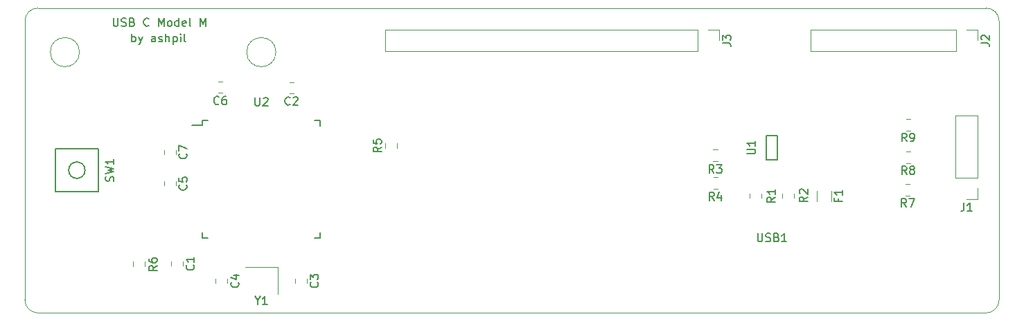
<source format=gbr>
G04 #@! TF.GenerationSoftware,KiCad,Pcbnew,(5.1.4)-1*
G04 #@! TF.CreationDate,2019-10-31T16:14:05-07:00*
G04 #@! TF.ProjectId,controller,636f6e74-726f-46c6-9c65-722e6b696361,rev?*
G04 #@! TF.SameCoordinates,Original*
G04 #@! TF.FileFunction,Legend,Top*
G04 #@! TF.FilePolarity,Positive*
%FSLAX46Y46*%
G04 Gerber Fmt 4.6, Leading zero omitted, Abs format (unit mm)*
G04 Created by KiCad (PCBNEW (5.1.4)-1) date 2019-10-31 16:14:05*
%MOMM*%
%LPD*%
G04 APERTURE LIST*
%ADD10C,0.120000*%
%ADD11C,0.150000*%
G04 APERTURE END LIST*
D10*
X39687500Y-108743750D02*
X39687500Y-107950000D01*
X158750000Y-108743750D02*
X158750000Y-107950000D01*
D11*
X52768904Y-77160380D02*
X52768904Y-76160380D01*
X52768904Y-76541333D02*
X52864142Y-76493714D01*
X53054619Y-76493714D01*
X53149857Y-76541333D01*
X53197476Y-76588952D01*
X53245095Y-76684190D01*
X53245095Y-76969904D01*
X53197476Y-77065142D01*
X53149857Y-77112761D01*
X53054619Y-77160380D01*
X52864142Y-77160380D01*
X52768904Y-77112761D01*
X53578428Y-76493714D02*
X53816523Y-77160380D01*
X54054619Y-76493714D02*
X53816523Y-77160380D01*
X53721285Y-77398476D01*
X53673666Y-77446095D01*
X53578428Y-77493714D01*
X55626047Y-77160380D02*
X55626047Y-76636571D01*
X55578428Y-76541333D01*
X55483190Y-76493714D01*
X55292714Y-76493714D01*
X55197476Y-76541333D01*
X55626047Y-77112761D02*
X55530809Y-77160380D01*
X55292714Y-77160380D01*
X55197476Y-77112761D01*
X55149857Y-77017523D01*
X55149857Y-76922285D01*
X55197476Y-76827047D01*
X55292714Y-76779428D01*
X55530809Y-76779428D01*
X55626047Y-76731809D01*
X56054619Y-77112761D02*
X56149857Y-77160380D01*
X56340333Y-77160380D01*
X56435571Y-77112761D01*
X56483190Y-77017523D01*
X56483190Y-76969904D01*
X56435571Y-76874666D01*
X56340333Y-76827047D01*
X56197476Y-76827047D01*
X56102238Y-76779428D01*
X56054619Y-76684190D01*
X56054619Y-76636571D01*
X56102238Y-76541333D01*
X56197476Y-76493714D01*
X56340333Y-76493714D01*
X56435571Y-76541333D01*
X56911761Y-77160380D02*
X56911761Y-76160380D01*
X57340333Y-77160380D02*
X57340333Y-76636571D01*
X57292714Y-76541333D01*
X57197476Y-76493714D01*
X57054619Y-76493714D01*
X56959380Y-76541333D01*
X56911761Y-76588952D01*
X57816523Y-76493714D02*
X57816523Y-77493714D01*
X57816523Y-76541333D02*
X57911761Y-76493714D01*
X58102238Y-76493714D01*
X58197476Y-76541333D01*
X58245095Y-76588952D01*
X58292714Y-76684190D01*
X58292714Y-76969904D01*
X58245095Y-77065142D01*
X58197476Y-77112761D01*
X58102238Y-77160380D01*
X57911761Y-77160380D01*
X57816523Y-77112761D01*
X58721285Y-77160380D02*
X58721285Y-76493714D01*
X58721285Y-76160380D02*
X58673666Y-76208000D01*
X58721285Y-76255619D01*
X58768904Y-76208000D01*
X58721285Y-76160380D01*
X58721285Y-76255619D01*
X59340333Y-77160380D02*
X59245095Y-77112761D01*
X59197476Y-77017523D01*
X59197476Y-76160380D01*
X50491142Y-74255380D02*
X50491142Y-75064904D01*
X50538761Y-75160142D01*
X50586380Y-75207761D01*
X50681619Y-75255380D01*
X50872095Y-75255380D01*
X50967333Y-75207761D01*
X51014952Y-75160142D01*
X51062571Y-75064904D01*
X51062571Y-74255380D01*
X51491142Y-75207761D02*
X51634000Y-75255380D01*
X51872095Y-75255380D01*
X51967333Y-75207761D01*
X52014952Y-75160142D01*
X52062571Y-75064904D01*
X52062571Y-74969666D01*
X52014952Y-74874428D01*
X51967333Y-74826809D01*
X51872095Y-74779190D01*
X51681619Y-74731571D01*
X51586380Y-74683952D01*
X51538761Y-74636333D01*
X51491142Y-74541095D01*
X51491142Y-74445857D01*
X51538761Y-74350619D01*
X51586380Y-74303000D01*
X51681619Y-74255380D01*
X51919714Y-74255380D01*
X52062571Y-74303000D01*
X52824476Y-74731571D02*
X52967333Y-74779190D01*
X53014952Y-74826809D01*
X53062571Y-74922047D01*
X53062571Y-75064904D01*
X53014952Y-75160142D01*
X52967333Y-75207761D01*
X52872095Y-75255380D01*
X52491142Y-75255380D01*
X52491142Y-74255380D01*
X52824476Y-74255380D01*
X52919714Y-74303000D01*
X52967333Y-74350619D01*
X53014952Y-74445857D01*
X53014952Y-74541095D01*
X52967333Y-74636333D01*
X52919714Y-74683952D01*
X52824476Y-74731571D01*
X52491142Y-74731571D01*
X54824476Y-75160142D02*
X54776857Y-75207761D01*
X54634000Y-75255380D01*
X54538761Y-75255380D01*
X54395904Y-75207761D01*
X54300666Y-75112523D01*
X54253047Y-75017285D01*
X54205428Y-74826809D01*
X54205428Y-74683952D01*
X54253047Y-74493476D01*
X54300666Y-74398238D01*
X54395904Y-74303000D01*
X54538761Y-74255380D01*
X54634000Y-74255380D01*
X54776857Y-74303000D01*
X54824476Y-74350619D01*
X56014952Y-75255380D02*
X56014952Y-74255380D01*
X56348285Y-74969666D01*
X56681619Y-74255380D01*
X56681619Y-75255380D01*
X57300666Y-75255380D02*
X57205428Y-75207761D01*
X57157809Y-75160142D01*
X57110190Y-75064904D01*
X57110190Y-74779190D01*
X57157809Y-74683952D01*
X57205428Y-74636333D01*
X57300666Y-74588714D01*
X57443523Y-74588714D01*
X57538761Y-74636333D01*
X57586380Y-74683952D01*
X57634000Y-74779190D01*
X57634000Y-75064904D01*
X57586380Y-75160142D01*
X57538761Y-75207761D01*
X57443523Y-75255380D01*
X57300666Y-75255380D01*
X58491142Y-75255380D02*
X58491142Y-74255380D01*
X58491142Y-75207761D02*
X58395904Y-75255380D01*
X58205428Y-75255380D01*
X58110190Y-75207761D01*
X58062571Y-75160142D01*
X58014952Y-75064904D01*
X58014952Y-74779190D01*
X58062571Y-74683952D01*
X58110190Y-74636333D01*
X58205428Y-74588714D01*
X58395904Y-74588714D01*
X58491142Y-74636333D01*
X59348285Y-75207761D02*
X59253047Y-75255380D01*
X59062571Y-75255380D01*
X58967333Y-75207761D01*
X58919714Y-75112523D01*
X58919714Y-74731571D01*
X58967333Y-74636333D01*
X59062571Y-74588714D01*
X59253047Y-74588714D01*
X59348285Y-74636333D01*
X59395904Y-74731571D01*
X59395904Y-74826809D01*
X58919714Y-74922047D01*
X59967333Y-75255380D02*
X59872095Y-75207761D01*
X59824476Y-75112523D01*
X59824476Y-74255380D01*
X61110190Y-75255380D02*
X61110190Y-74255380D01*
X61443523Y-74969666D01*
X61776857Y-74255380D01*
X61776857Y-75255380D01*
D10*
X46359530Y-78422500D02*
G75*
G03X46359530Y-78422500I-1782530J0D01*
G01*
X70362530Y-78422500D02*
G75*
G03X70362530Y-78422500I-1782530J0D01*
G01*
X39687500Y-74612500D02*
X39687500Y-107950000D01*
X157162500Y-73025000D02*
X41275000Y-73025000D01*
X158750000Y-107950000D02*
X158750000Y-74612500D01*
X41275000Y-110331250D02*
X157162500Y-110331250D01*
X41275000Y-110331250D02*
G75*
G02X39687500Y-108743750I0J1587500D01*
G01*
X39687500Y-74612500D02*
G75*
G02X41275000Y-73025000I1587500J0D01*
G01*
X158750000Y-108743750D02*
G75*
G02X157162500Y-110331250I-1587500J0D01*
G01*
X157162500Y-73025000D02*
G75*
G02X158750000Y-74612500I0J-1587500D01*
G01*
D11*
X61403474Y-87374481D02*
X60128474Y-87374481D01*
X75753474Y-86799481D02*
X75078474Y-86799481D01*
X75753474Y-101149481D02*
X75078474Y-101149481D01*
X61403474Y-101149481D02*
X62078474Y-101149481D01*
X61403474Y-86799481D02*
X62078474Y-86799481D01*
X61403474Y-101149481D02*
X61403474Y-100474481D01*
X75753474Y-101149481D02*
X75753474Y-100474481D01*
X75753474Y-86799481D02*
X75753474Y-87474481D01*
X61403474Y-86799481D02*
X61403474Y-87374481D01*
D10*
X70593470Y-104748201D02*
X66593470Y-104748201D01*
X70593470Y-108048201D02*
X70593470Y-104748201D01*
D11*
X131603000Y-88659000D02*
X131603000Y-91559000D01*
X131603000Y-88659000D02*
X130303000Y-88659000D01*
X130303000Y-88659000D02*
X130303000Y-91559000D01*
X130303000Y-91559000D02*
X131603000Y-91559000D01*
X47037500Y-92868750D02*
G75*
G03X47037500Y-92868750I-1000000J0D01*
G01*
X48637500Y-95468750D02*
X43437500Y-95468750D01*
X48637500Y-90268750D02*
X48637500Y-95468750D01*
X43437500Y-90268750D02*
X48637500Y-90268750D01*
X43437500Y-95468750D02*
X43437500Y-90268750D01*
D10*
X147357628Y-88023893D02*
X147874784Y-88023893D01*
X147357628Y-86603893D02*
X147874784Y-86603893D01*
X147874784Y-90572643D02*
X147357628Y-90572643D01*
X147874784Y-91992643D02*
X147357628Y-91992643D01*
X147826284Y-94541393D02*
X147309128Y-94541393D01*
X147826284Y-95961393D02*
X147309128Y-95961393D01*
X54304000Y-104086922D02*
X54304000Y-104604078D01*
X52884000Y-104086922D02*
X52884000Y-104604078D01*
X85165000Y-90126078D02*
X85165000Y-89608922D01*
X83745000Y-90126078D02*
X83745000Y-89608922D01*
X124336095Y-93746250D02*
X123818939Y-93746250D01*
X124336095Y-95166250D02*
X123818939Y-95166250D01*
X123803939Y-91769000D02*
X124321095Y-91769000D01*
X123803939Y-90349000D02*
X124321095Y-90349000D01*
X133654108Y-96225152D02*
X133654108Y-95707996D01*
X132234108Y-96225152D02*
X132234108Y-95707996D01*
X129685358Y-96225152D02*
X129685358Y-95707996D01*
X128265358Y-96225152D02*
X128265358Y-95707996D01*
X124520000Y-75663750D02*
X124520000Y-76993750D01*
X123190000Y-75663750D02*
X124520000Y-75663750D01*
X121920000Y-75663750D02*
X121920000Y-78323750D01*
X121920000Y-78323750D02*
X83760000Y-78323750D01*
X121920000Y-75663750D02*
X83760000Y-75663750D01*
X83760000Y-75663750D02*
X83760000Y-78323750D01*
X156111250Y-75663750D02*
X156111250Y-76993750D01*
X154781250Y-75663750D02*
X156111250Y-75663750D01*
X153511250Y-75663750D02*
X153511250Y-78323750D01*
X153511250Y-78323750D02*
X135671250Y-78323750D01*
X153511250Y-75663750D02*
X135671250Y-75663750D01*
X135671250Y-75663750D02*
X135671250Y-78323750D01*
X156094202Y-96430375D02*
X154764202Y-96430375D01*
X156094202Y-95100375D02*
X156094202Y-96430375D01*
X156094202Y-93830375D02*
X153434202Y-93830375D01*
X153434202Y-93830375D02*
X153434202Y-86150375D01*
X156094202Y-93830375D02*
X156094202Y-86150375D01*
X156094202Y-86150375D02*
X153434202Y-86150375D01*
X136432802Y-95440715D02*
X136432802Y-96644843D01*
X138252802Y-95440715D02*
X138252802Y-96644843D01*
X58114000Y-90419422D02*
X58114000Y-90936578D01*
X56694000Y-90419422D02*
X56694000Y-90936578D01*
X63286646Y-83413231D02*
X63803802Y-83413231D01*
X63286646Y-81993231D02*
X63803802Y-81993231D01*
X58114000Y-94746578D02*
X58114000Y-94229422D01*
X56694000Y-94746578D02*
X56694000Y-94229422D01*
X63019113Y-106157070D02*
X63019113Y-106674226D01*
X64439113Y-106157070D02*
X64439113Y-106674226D01*
X72727321Y-106149262D02*
X72727321Y-106666418D01*
X74147321Y-106149262D02*
X74147321Y-106666418D01*
X72521578Y-82094000D02*
X72004422Y-82094000D01*
X72521578Y-83514000D02*
X72004422Y-83514000D01*
X57581474Y-104056922D02*
X57581474Y-104574078D01*
X59001474Y-104056922D02*
X59001474Y-104574078D01*
D11*
X67816569Y-83976861D02*
X67816569Y-84786385D01*
X67864188Y-84881623D01*
X67911807Y-84929242D01*
X68007045Y-84976861D01*
X68197521Y-84976861D01*
X68292759Y-84929242D01*
X68340378Y-84881623D01*
X68387997Y-84786385D01*
X68387997Y-83976861D01*
X68816569Y-84072100D02*
X68864188Y-84024481D01*
X68959426Y-83976861D01*
X69197521Y-83976861D01*
X69292759Y-84024481D01*
X69340378Y-84072100D01*
X69387997Y-84167338D01*
X69387997Y-84262576D01*
X69340378Y-84405433D01*
X68768950Y-84976861D01*
X69387997Y-84976861D01*
X68117279Y-108824391D02*
X68117279Y-109300581D01*
X67783946Y-108300581D02*
X68117279Y-108824391D01*
X68450612Y-108300581D01*
X69307755Y-109300581D02*
X68736327Y-109300581D01*
X69022041Y-109300581D02*
X69022041Y-108300581D01*
X68926803Y-108443439D01*
X68831565Y-108538677D01*
X68736327Y-108586296D01*
X129230654Y-100599630D02*
X129230654Y-101409154D01*
X129278273Y-101504392D01*
X129325892Y-101552011D01*
X129421130Y-101599630D01*
X129611607Y-101599630D01*
X129706845Y-101552011D01*
X129754464Y-101504392D01*
X129802083Y-101409154D01*
X129802083Y-100599630D01*
X130230654Y-101552011D02*
X130373511Y-101599630D01*
X130611607Y-101599630D01*
X130706845Y-101552011D01*
X130754464Y-101504392D01*
X130802083Y-101409154D01*
X130802083Y-101313916D01*
X130754464Y-101218678D01*
X130706845Y-101171059D01*
X130611607Y-101123440D01*
X130421130Y-101075821D01*
X130325892Y-101028202D01*
X130278273Y-100980583D01*
X130230654Y-100885345D01*
X130230654Y-100790107D01*
X130278273Y-100694869D01*
X130325892Y-100647250D01*
X130421130Y-100599630D01*
X130659226Y-100599630D01*
X130802083Y-100647250D01*
X131563988Y-101075821D02*
X131706845Y-101123440D01*
X131754464Y-101171059D01*
X131802083Y-101266297D01*
X131802083Y-101409154D01*
X131754464Y-101504392D01*
X131706845Y-101552011D01*
X131611607Y-101599630D01*
X131230654Y-101599630D01*
X131230654Y-100599630D01*
X131563988Y-100599630D01*
X131659226Y-100647250D01*
X131706845Y-100694869D01*
X131754464Y-100790107D01*
X131754464Y-100885345D01*
X131706845Y-100980583D01*
X131659226Y-101028202D01*
X131563988Y-101075821D01*
X131230654Y-101075821D01*
X132754464Y-101599630D02*
X132183035Y-101599630D01*
X132468750Y-101599630D02*
X132468750Y-100599630D01*
X132373511Y-100742488D01*
X132278273Y-100837726D01*
X132183035Y-100885345D01*
X127955380Y-90870904D02*
X128764904Y-90870904D01*
X128860142Y-90823285D01*
X128907761Y-90775666D01*
X128955380Y-90680428D01*
X128955380Y-90489952D01*
X128907761Y-90394714D01*
X128860142Y-90347095D01*
X128764904Y-90299476D01*
X127955380Y-90299476D01*
X128955380Y-89299476D02*
X128955380Y-89870904D01*
X128955380Y-89585190D02*
X127955380Y-89585190D01*
X128098238Y-89680428D01*
X128193476Y-89775666D01*
X128241095Y-89870904D01*
X50506261Y-94202083D02*
X50553880Y-94059226D01*
X50553880Y-93821130D01*
X50506261Y-93725892D01*
X50458642Y-93678273D01*
X50363404Y-93630654D01*
X50268166Y-93630654D01*
X50172928Y-93678273D01*
X50125309Y-93725892D01*
X50077690Y-93821130D01*
X50030071Y-94011607D01*
X49982452Y-94106845D01*
X49934833Y-94154464D01*
X49839595Y-94202083D01*
X49744357Y-94202083D01*
X49649119Y-94154464D01*
X49601500Y-94106845D01*
X49553880Y-94011607D01*
X49553880Y-93773511D01*
X49601500Y-93630654D01*
X49553880Y-93297321D02*
X50553880Y-93059226D01*
X49839595Y-92868750D01*
X50553880Y-92678273D01*
X49553880Y-92440178D01*
X50553880Y-91535416D02*
X50553880Y-92106845D01*
X50553880Y-91821130D02*
X49553880Y-91821130D01*
X49696738Y-91916369D01*
X49791976Y-92011607D01*
X49839595Y-92106845D01*
X147449539Y-89353773D02*
X147116206Y-88877583D01*
X146878110Y-89353773D02*
X146878110Y-88353773D01*
X147259063Y-88353773D01*
X147354301Y-88401393D01*
X147401920Y-88449012D01*
X147449539Y-88544250D01*
X147449539Y-88687107D01*
X147401920Y-88782345D01*
X147354301Y-88829964D01*
X147259063Y-88877583D01*
X146878110Y-88877583D01*
X147925729Y-89353773D02*
X148116206Y-89353773D01*
X148211444Y-89306154D01*
X148259063Y-89258535D01*
X148354301Y-89115678D01*
X148401920Y-88925202D01*
X148401920Y-88544250D01*
X148354301Y-88449012D01*
X148306682Y-88401393D01*
X148211444Y-88353773D01*
X148020967Y-88353773D01*
X147925729Y-88401393D01*
X147878110Y-88449012D01*
X147830491Y-88544250D01*
X147830491Y-88782345D01*
X147878110Y-88877583D01*
X147925729Y-88925202D01*
X148020967Y-88972821D01*
X148211444Y-88972821D01*
X148306682Y-88925202D01*
X148354301Y-88877583D01*
X148401920Y-88782345D01*
X147449539Y-93385023D02*
X147116206Y-92908833D01*
X146878110Y-93385023D02*
X146878110Y-92385023D01*
X147259063Y-92385023D01*
X147354301Y-92432643D01*
X147401920Y-92480262D01*
X147449539Y-92575500D01*
X147449539Y-92718357D01*
X147401920Y-92813595D01*
X147354301Y-92861214D01*
X147259063Y-92908833D01*
X146878110Y-92908833D01*
X148020967Y-92813595D02*
X147925729Y-92765976D01*
X147878110Y-92718357D01*
X147830491Y-92623119D01*
X147830491Y-92575500D01*
X147878110Y-92480262D01*
X147925729Y-92432643D01*
X148020967Y-92385023D01*
X148211444Y-92385023D01*
X148306682Y-92432643D01*
X148354301Y-92480262D01*
X148401920Y-92575500D01*
X148401920Y-92623119D01*
X148354301Y-92718357D01*
X148306682Y-92765976D01*
X148211444Y-92813595D01*
X148020967Y-92813595D01*
X147925729Y-92861214D01*
X147878110Y-92908833D01*
X147830491Y-93004071D01*
X147830491Y-93194547D01*
X147878110Y-93289785D01*
X147925729Y-93337404D01*
X148020967Y-93385023D01*
X148211444Y-93385023D01*
X148306682Y-93337404D01*
X148354301Y-93289785D01*
X148401920Y-93194547D01*
X148401920Y-93004071D01*
X148354301Y-92908833D01*
X148306682Y-92861214D01*
X148211444Y-92813595D01*
X147401039Y-97353773D02*
X147067706Y-96877583D01*
X146829610Y-97353773D02*
X146829610Y-96353773D01*
X147210563Y-96353773D01*
X147305801Y-96401393D01*
X147353420Y-96449012D01*
X147401039Y-96544250D01*
X147401039Y-96687107D01*
X147353420Y-96782345D01*
X147305801Y-96829964D01*
X147210563Y-96877583D01*
X146829610Y-96877583D01*
X147734372Y-96353773D02*
X148401039Y-96353773D01*
X147972467Y-97353773D01*
X55824380Y-104560666D02*
X55348190Y-104894000D01*
X55824380Y-105132095D02*
X54824380Y-105132095D01*
X54824380Y-104751142D01*
X54872000Y-104655904D01*
X54919619Y-104608285D01*
X55014857Y-104560666D01*
X55157714Y-104560666D01*
X55252952Y-104608285D01*
X55300571Y-104655904D01*
X55348190Y-104751142D01*
X55348190Y-105132095D01*
X54824380Y-103703523D02*
X54824380Y-103894000D01*
X54872000Y-103989238D01*
X54919619Y-104036857D01*
X55062476Y-104132095D01*
X55252952Y-104179714D01*
X55633904Y-104179714D01*
X55729142Y-104132095D01*
X55776761Y-104084476D01*
X55824380Y-103989238D01*
X55824380Y-103798761D01*
X55776761Y-103703523D01*
X55729142Y-103655904D01*
X55633904Y-103608285D01*
X55395809Y-103608285D01*
X55300571Y-103655904D01*
X55252952Y-103703523D01*
X55205333Y-103798761D01*
X55205333Y-103989238D01*
X55252952Y-104084476D01*
X55300571Y-104132095D01*
X55395809Y-104179714D01*
X83257380Y-90034166D02*
X82781190Y-90367500D01*
X83257380Y-90605595D02*
X82257380Y-90605595D01*
X82257380Y-90224642D01*
X82305000Y-90129404D01*
X82352619Y-90081785D01*
X82447857Y-90034166D01*
X82590714Y-90034166D01*
X82685952Y-90081785D01*
X82733571Y-90129404D01*
X82781190Y-90224642D01*
X82781190Y-90605595D01*
X82257380Y-89129404D02*
X82257380Y-89605595D01*
X82733571Y-89653214D01*
X82685952Y-89605595D01*
X82638333Y-89510357D01*
X82638333Y-89272261D01*
X82685952Y-89177023D01*
X82733571Y-89129404D01*
X82828809Y-89081785D01*
X83066904Y-89081785D01*
X83162142Y-89129404D01*
X83209761Y-89177023D01*
X83257380Y-89272261D01*
X83257380Y-89510357D01*
X83209761Y-89605595D01*
X83162142Y-89653214D01*
X123910850Y-96558630D02*
X123577517Y-96082440D01*
X123339421Y-96558630D02*
X123339421Y-95558630D01*
X123720374Y-95558630D01*
X123815612Y-95606250D01*
X123863231Y-95653869D01*
X123910850Y-95749107D01*
X123910850Y-95891964D01*
X123863231Y-95987202D01*
X123815612Y-96034821D01*
X123720374Y-96082440D01*
X123339421Y-96082440D01*
X124767993Y-95891964D02*
X124767993Y-96558630D01*
X124529897Y-95511011D02*
X124291802Y-96225297D01*
X124910850Y-96225297D01*
X123895850Y-93225880D02*
X123562517Y-92749690D01*
X123324421Y-93225880D02*
X123324421Y-92225880D01*
X123705374Y-92225880D01*
X123800612Y-92273500D01*
X123848231Y-92321119D01*
X123895850Y-92416357D01*
X123895850Y-92559214D01*
X123848231Y-92654452D01*
X123800612Y-92702071D01*
X123705374Y-92749690D01*
X123324421Y-92749690D01*
X124229183Y-92225880D02*
X124848231Y-92225880D01*
X124514897Y-92606833D01*
X124657755Y-92606833D01*
X124752993Y-92654452D01*
X124800612Y-92702071D01*
X124848231Y-92797309D01*
X124848231Y-93035404D01*
X124800612Y-93130642D01*
X124752993Y-93178261D01*
X124657755Y-93225880D01*
X124372040Y-93225880D01*
X124276802Y-93178261D01*
X124229183Y-93130642D01*
X135326380Y-96133240D02*
X134850190Y-96466574D01*
X135326380Y-96704669D02*
X134326380Y-96704669D01*
X134326380Y-96323716D01*
X134374000Y-96228478D01*
X134421619Y-96180859D01*
X134516857Y-96133240D01*
X134659714Y-96133240D01*
X134754952Y-96180859D01*
X134802571Y-96228478D01*
X134850190Y-96323716D01*
X134850190Y-96704669D01*
X134421619Y-95752288D02*
X134374000Y-95704669D01*
X134326380Y-95609431D01*
X134326380Y-95371335D01*
X134374000Y-95276097D01*
X134421619Y-95228478D01*
X134516857Y-95180859D01*
X134612095Y-95180859D01*
X134754952Y-95228478D01*
X135326380Y-95799907D01*
X135326380Y-95180859D01*
X131389380Y-96178666D02*
X130913190Y-96512000D01*
X131389380Y-96750095D02*
X130389380Y-96750095D01*
X130389380Y-96369142D01*
X130437000Y-96273904D01*
X130484619Y-96226285D01*
X130579857Y-96178666D01*
X130722714Y-96178666D01*
X130817952Y-96226285D01*
X130865571Y-96273904D01*
X130913190Y-96369142D01*
X130913190Y-96750095D01*
X131389380Y-95226285D02*
X131389380Y-95797714D01*
X131389380Y-95512000D02*
X130389380Y-95512000D01*
X130532238Y-95607238D01*
X130627476Y-95702476D01*
X130675095Y-95797714D01*
X124972380Y-77327083D02*
X125686666Y-77327083D01*
X125829523Y-77374702D01*
X125924761Y-77469940D01*
X125972380Y-77612797D01*
X125972380Y-77708035D01*
X124972380Y-76946130D02*
X124972380Y-76327083D01*
X125353333Y-76660416D01*
X125353333Y-76517559D01*
X125400952Y-76422321D01*
X125448571Y-76374702D01*
X125543809Y-76327083D01*
X125781904Y-76327083D01*
X125877142Y-76374702D01*
X125924761Y-76422321D01*
X125972380Y-76517559D01*
X125972380Y-76803273D01*
X125924761Y-76898511D01*
X125877142Y-76946130D01*
X156563630Y-77327083D02*
X157277916Y-77327083D01*
X157420773Y-77374702D01*
X157516011Y-77469940D01*
X157563630Y-77612797D01*
X157563630Y-77708035D01*
X156658869Y-76898511D02*
X156611250Y-76850892D01*
X156563630Y-76755654D01*
X156563630Y-76517559D01*
X156611250Y-76422321D01*
X156658869Y-76374702D01*
X156754107Y-76327083D01*
X156849345Y-76327083D01*
X156992202Y-76374702D01*
X157563630Y-76946130D01*
X157563630Y-76327083D01*
X154430868Y-96882755D02*
X154430868Y-97597041D01*
X154383249Y-97739898D01*
X154288011Y-97835136D01*
X154145154Y-97882755D01*
X154049916Y-97882755D01*
X155430868Y-97882755D02*
X154859440Y-97882755D01*
X155145154Y-97882755D02*
X155145154Y-96882755D01*
X155049916Y-97025613D01*
X154954678Y-97120851D01*
X154859440Y-97168470D01*
X139091373Y-96376112D02*
X139091373Y-96709445D01*
X139615182Y-96709445D02*
X138615182Y-96709445D01*
X138615182Y-96233255D01*
X139615182Y-95328493D02*
X139615182Y-95899921D01*
X139615182Y-95614207D02*
X138615182Y-95614207D01*
X138758040Y-95709445D01*
X138853278Y-95804683D01*
X138900897Y-95899921D01*
X59411142Y-90844666D02*
X59458761Y-90892285D01*
X59506380Y-91035142D01*
X59506380Y-91130380D01*
X59458761Y-91273238D01*
X59363523Y-91368476D01*
X59268285Y-91416095D01*
X59077809Y-91463714D01*
X58934952Y-91463714D01*
X58744476Y-91416095D01*
X58649238Y-91368476D01*
X58554000Y-91273238D01*
X58506380Y-91130380D01*
X58506380Y-91035142D01*
X58554000Y-90892285D01*
X58601619Y-90844666D01*
X58506380Y-90511333D02*
X58506380Y-89844666D01*
X59506380Y-90273238D01*
X63395307Y-84743123D02*
X63347688Y-84790742D01*
X63204831Y-84838361D01*
X63109593Y-84838361D01*
X62966735Y-84790742D01*
X62871497Y-84695504D01*
X62823878Y-84600266D01*
X62776259Y-84409790D01*
X62776259Y-84266933D01*
X62823878Y-84076457D01*
X62871497Y-83981219D01*
X62966735Y-83885981D01*
X63109593Y-83838361D01*
X63204831Y-83838361D01*
X63347688Y-83885981D01*
X63395307Y-83933600D01*
X64252450Y-83838361D02*
X64061974Y-83838361D01*
X63966735Y-83885981D01*
X63919116Y-83933600D01*
X63823878Y-84076457D01*
X63776259Y-84266933D01*
X63776259Y-84647885D01*
X63823878Y-84743123D01*
X63871497Y-84790742D01*
X63966735Y-84838361D01*
X64157212Y-84838361D01*
X64252450Y-84790742D01*
X64300069Y-84743123D01*
X64347688Y-84647885D01*
X64347688Y-84409790D01*
X64300069Y-84314552D01*
X64252450Y-84266933D01*
X64157212Y-84219314D01*
X63966735Y-84219314D01*
X63871497Y-84266933D01*
X63823878Y-84314552D01*
X63776259Y-84409790D01*
X59412142Y-94668140D02*
X59459761Y-94715759D01*
X59507380Y-94858616D01*
X59507380Y-94953854D01*
X59459761Y-95096712D01*
X59364523Y-95191950D01*
X59269285Y-95239569D01*
X59078809Y-95287188D01*
X58935952Y-95287188D01*
X58745476Y-95239569D01*
X58650238Y-95191950D01*
X58555000Y-95096712D01*
X58507380Y-94953854D01*
X58507380Y-94858616D01*
X58555000Y-94715759D01*
X58602619Y-94668140D01*
X58507380Y-93763378D02*
X58507380Y-94239569D01*
X58983571Y-94287188D01*
X58935952Y-94239569D01*
X58888333Y-94144331D01*
X58888333Y-93906235D01*
X58935952Y-93810997D01*
X58983571Y-93763378D01*
X59078809Y-93715759D01*
X59316904Y-93715759D01*
X59412142Y-93763378D01*
X59459761Y-93810997D01*
X59507380Y-93906235D01*
X59507380Y-94144331D01*
X59459761Y-94239569D01*
X59412142Y-94287188D01*
X65762142Y-106592666D02*
X65809761Y-106640285D01*
X65857380Y-106783142D01*
X65857380Y-106878380D01*
X65809761Y-107021238D01*
X65714523Y-107116476D01*
X65619285Y-107164095D01*
X65428809Y-107211714D01*
X65285952Y-107211714D01*
X65095476Y-107164095D01*
X65000238Y-107116476D01*
X64905000Y-107021238D01*
X64857380Y-106878380D01*
X64857380Y-106783142D01*
X64905000Y-106640285D01*
X64952619Y-106592666D01*
X65190714Y-105735523D02*
X65857380Y-105735523D01*
X64809761Y-105973619D02*
X65524047Y-106211714D01*
X65524047Y-105592666D01*
X75444463Y-106574506D02*
X75492082Y-106622125D01*
X75539701Y-106764982D01*
X75539701Y-106860220D01*
X75492082Y-107003078D01*
X75396844Y-107098316D01*
X75301606Y-107145935D01*
X75111130Y-107193554D01*
X74968273Y-107193554D01*
X74777797Y-107145935D01*
X74682559Y-107098316D01*
X74587321Y-107003078D01*
X74539701Y-106860220D01*
X74539701Y-106764982D01*
X74587321Y-106622125D01*
X74634940Y-106574506D01*
X74539701Y-106241173D02*
X74539701Y-105622125D01*
X74920654Y-105955459D01*
X74920654Y-105812601D01*
X74968273Y-105717363D01*
X75015892Y-105669744D01*
X75111130Y-105622125D01*
X75349225Y-105622125D01*
X75444463Y-105669744D01*
X75492082Y-105717363D01*
X75539701Y-105812601D01*
X75539701Y-106098316D01*
X75492082Y-106193554D01*
X75444463Y-106241173D01*
X72096333Y-84811142D02*
X72048714Y-84858761D01*
X71905857Y-84906380D01*
X71810619Y-84906380D01*
X71667761Y-84858761D01*
X71572523Y-84763523D01*
X71524904Y-84668285D01*
X71477285Y-84477809D01*
X71477285Y-84334952D01*
X71524904Y-84144476D01*
X71572523Y-84049238D01*
X71667761Y-83954000D01*
X71810619Y-83906380D01*
X71905857Y-83906380D01*
X72048714Y-83954000D01*
X72096333Y-84001619D01*
X72477285Y-84001619D02*
X72524904Y-83954000D01*
X72620142Y-83906380D01*
X72858238Y-83906380D01*
X72953476Y-83954000D01*
X73001095Y-84001619D01*
X73048714Y-84096857D01*
X73048714Y-84192095D01*
X73001095Y-84334952D01*
X72429666Y-84906380D01*
X73048714Y-84906380D01*
X60298616Y-104482166D02*
X60346235Y-104529785D01*
X60393854Y-104672642D01*
X60393854Y-104767880D01*
X60346235Y-104910738D01*
X60250997Y-105005976D01*
X60155759Y-105053595D01*
X59965283Y-105101214D01*
X59822426Y-105101214D01*
X59631950Y-105053595D01*
X59536712Y-105005976D01*
X59441474Y-104910738D01*
X59393854Y-104767880D01*
X59393854Y-104672642D01*
X59441474Y-104529785D01*
X59489093Y-104482166D01*
X60393854Y-103529785D02*
X60393854Y-104101214D01*
X60393854Y-103815500D02*
X59393854Y-103815500D01*
X59536712Y-103910738D01*
X59631950Y-104005976D01*
X59679569Y-104101214D01*
M02*

</source>
